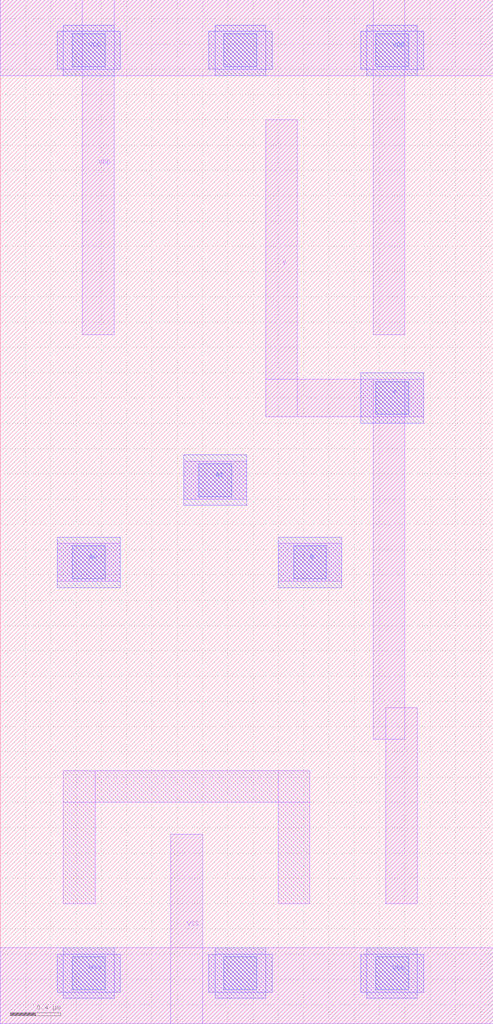
<source format=lef>
# Copyright 2022 Google LLC
# Licensed under the Apache License, Version 2.0 (the "License");
# you may not use this file except in compliance with the License.
# You may obtain a copy of the License at
#
#      http://www.apache.org/licenses/LICENSE-2.0
#
# Unless required by applicable law or agreed to in writing, software
# distributed under the License is distributed on an "AS IS" BASIS,
# WITHOUT WARRANTIES OR CONDITIONS OF ANY KIND, either express or implied.
# See the License for the specific language governing permissions and
# limitations under the License.
VERSION 5.7 ;
BUSBITCHARS "[]" ;
DIVIDERCHAR "/" ;

MACRO gf180mcu_osu_sc_12T_oai21_1
  CLASS CORE ;
  ORIGIN 0 0.15 ;
  FOREIGN gf180mcu_osu_sc_12T_oai21_1 0 -0.15 ;
  SIZE 3.9 BY 8.1 ;
  SYMMETRY X Y ;
  SITE 12T ;
  PIN A0
    DIRECTION INPUT ;
    USE SIGNAL ;
    PORT
      LAYER MET1 ;
        RECT 0.45 3.35 0.95 3.65 ;
      LAYER MET2 ;
        RECT 0.45 3.3 0.95 3.7 ;
      LAYER VIA12 ;
        RECT 0.57 3.37 0.83 3.63 ;
    END
  END A0
  PIN A1
    DIRECTION INPUT ;
    USE SIGNAL ;
    PORT
      LAYER MET1 ;
        RECT 1.45 4 1.95 4.3 ;
      LAYER MET2 ;
        RECT 1.45 3.95 1.95 4.35 ;
      LAYER VIA12 ;
        RECT 1.57 4.02 1.83 4.28 ;
    END
  END A1
  PIN B
    DIRECTION INPUT ;
    USE SIGNAL ;
    PORT
      LAYER MET1 ;
        RECT 2.2 3.35 2.7 3.65 ;
      LAYER MET2 ;
        RECT 2.2 3.3 2.7 3.7 ;
      LAYER VIA12 ;
        RECT 2.32 3.37 2.58 3.63 ;
    END
  END B
  PIN VDD
    DIRECTION INOUT ;
    USE POWER ;
    SHAPE ABUTMENT ;
    PORT
      LAYER MET1 ;
        RECT 0 7.35 3.9 7.95 ;
        RECT 2.95 5.3 3.2 7.95 ;
        RECT 0.65 5.3 0.9 7.95 ;
      LAYER MET2 ;
        RECT 2.85 7.4 3.35 7.7 ;
        RECT 2.9 7.35 3.3 7.75 ;
        RECT 1.65 7.4 2.15 7.7 ;
        RECT 1.7 7.35 2.1 7.75 ;
        RECT 0.45 7.4 0.95 7.7 ;
        RECT 0.5 7.35 0.9 7.75 ;
      LAYER VIA12 ;
        RECT 0.57 7.42 0.83 7.68 ;
        RECT 1.77 7.42 2.03 7.68 ;
        RECT 2.97 7.42 3.23 7.68 ;
    END
  END VDD
  PIN VSS
    DIRECTION INOUT ;
    USE GROUND ;
    PORT
      LAYER MET1 ;
        RECT 0 -0.15 3.9 0.45 ;
        RECT 1.35 -0.15 1.6 1.35 ;
      LAYER MET2 ;
        RECT 2.85 0.1 3.35 0.4 ;
        RECT 2.9 0.05 3.3 0.45 ;
        RECT 1.65 0.1 2.15 0.4 ;
        RECT 1.7 0.05 2.1 0.45 ;
        RECT 0.45 0.1 0.95 0.4 ;
        RECT 0.5 0.05 0.9 0.45 ;
      LAYER VIA12 ;
        RECT 0.57 0.12 0.83 0.38 ;
        RECT 1.77 0.12 2.03 0.38 ;
        RECT 2.97 0.12 3.23 0.38 ;
    END
  END VSS
  PIN Y
    DIRECTION OUTPUT ;
    USE SIGNAL ;
    PORT
      LAYER MET1 ;
        RECT 2.1 4.65 3.35 4.95 ;
        RECT 3.05 0.8 3.3 2.35 ;
        RECT 2.95 2.1 3.2 4.95 ;
        RECT 2.1 4.65 2.35 7 ;
      LAYER MET2 ;
        RECT 2.85 4.6 3.35 5 ;
      LAYER VIA12 ;
        RECT 2.97 4.67 3.23 4.93 ;
    END
  END Y
  OBS
    LAYER MET1 ;
      RECT 0.5 1.6 2.45 1.85 ;
      RECT 2.2 0.8 2.45 1.85 ;
      RECT 0.5 0.8 0.75 1.85 ;
  END
END gf180mcu_osu_sc_12T_oai21_1

</source>
